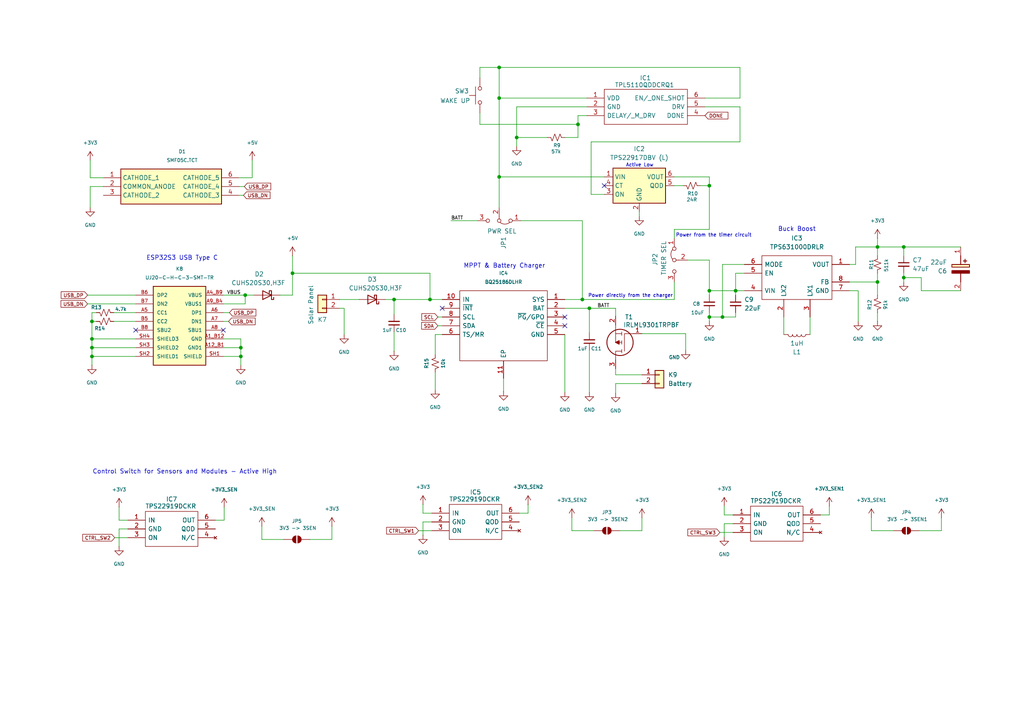
<source format=kicad_sch>
(kicad_sch (version 20250114) (generator "eeschema") (generator_version "9.0")
  (paper "A4")
  (title_block (title "LoRaWAN Sensor Node V2.0") (rev "0.7") (company "Elektor"))
  (text "Buck Boost" (at 231.14 66.548 0) (effects (font (size 1.27 1.27))))
  (text "Power directly from the charger" (at 182.88 85.852 0) (effects (font (size 1 1))))
  (text "ESP32S3 USB Type C" (at 52.832 74.93 0) (effects (font (size 1.27 1.27))))
  (text "MPPT & Battery Charger" (at 146.304 77.216 0) (effects (font (size 1.27 1.27))))
  (text "Power from the timer circuit" (at 207.01 68.326 0) (effects (font (size 1 1))))
  (text "Active Low " (at 185.928 48.006 0) (effects (font (size 1 1))))
  (text "Control Switch for Sensors and Modules - Active High" (at 53.594 136.906 0) (effects (font (size 1.27 1.27))))
  (junction (at 26.67 103.378))
  (junction (at 144.78 19.558))
  (junction (at 144.78 28.448))
  (junction (at 144.78 51.308))
  (junction (at 205.74 84.328))
  (junction (at 262.128 80.518))
  (junction (at 114.3 86.868))
  (junction (at 205.74 53.848))
  (junction (at 26.67 98.298))
  (junction (at 167.64 36.068))
  (junction (at 69.85 103.378))
  (junction (at 262.128 71.628))
  (junction (at 209.55 91.948))
  (junction (at 124.714 86.868))
  (junction (at 69.85 100.838))
  (junction (at 205.74 91.948))
  (junction (at 84.836 79.248))
  (junction (at 254.508 71.628))
  (junction (at 170.942 89.408))
  (junction (at 71.12 85.598))
  (junction (at 149.86 39.878))
  (junction (at 26.67 93.218))
  (junction (at 26.67 100.838))
  (junction (at 213.36 84.328))
  (junction (at 254.508 81.788))
  (junction (at 168.91 86.868))
  (no_connect (at 175.26 53.848))
  (no_connect (at 64.77 95.758))
  (no_connect (at 163.83 91.948))
  (no_connect (at 128.27 89.408))
  (no_connect (at 163.83 94.488))
  (no_connect (at 39.37 95.758))
  (wire (pts (xy 168.91 64.008) (xy 151.13 64.008)))
  (wire (pts (xy 139.192 36.068) (xy 167.64 36.068)))
  (wire (pts (xy 213.36 84.328) (xy 213.36 85.598)))
  (wire (pts (xy 34.544 147.066) (xy 34.544 150.876)))
  (wire (pts (xy 198.882 101.6) (xy 198.882 96.774)))
  (wire (pts (xy 178.562 89.408) (xy 178.562 91.694)))
  (wire (pts (xy 71.12 85.598) (xy 73.66 85.598)))
  (wire (pts (xy 144.78 51.308) (xy 144.78 60.198)))
  (wire (pts (xy 153.162 146.304) (xy 153.162 148.844)))
  (wire (pts (xy 167.64 33.528) (xy 170.18 33.528)))
  (wire (pts (xy 98.552 86.868) (xy 104.14 86.868)))
  (wire (pts (xy 186.182 96.774) (xy 198.882 96.774)))
  (wire (pts (xy 26.67 103.378) (xy 26.67 105.918)))
  (wire (pts (xy 178.562 111.252) (xy 178.562 114.046)))
  (wire (pts (xy 149.86 39.878) (xy 149.86 42.418)))
  (wire (pts (xy 26.67 93.218) (xy 26.67 98.298)))
  (wire (pts (xy 213.36 84.328) (xy 215.9 84.328)))
  (wire (pts (xy 122.682 155.194) (xy 122.682 151.384)))
  (wire (pts (xy 252.73 150.114) (xy 252.73 153.924)))
  (wire (pts (xy 273.05 153.924) (xy 266.7 153.924)))
  (wire (pts (xy 205.74 84.328) (xy 213.36 84.328)))
  (wire (pts (xy 165.862 150.114) (xy 165.862 153.924)))
  (wire (pts (xy 75.946 156.464) (xy 82.296 156.464)))
  (wire (pts (xy 170.942 89.408) (xy 170.942 96.52)))
  (wire (pts (xy 185.42 62.738) (xy 185.42 61.468)))
  (wire (pts (xy 262.128 71.628) (xy 278.638 71.628)))
  (wire (pts (xy 34.544 150.876) (xy 37.084 150.876)))
  (wire (pts (xy 254.508 81.788) (xy 254.508 85.598)))
  (wire (pts (xy 209.55 76.708) (xy 215.9 76.708)))
  (wire (pts (xy 178.562 111.252) (xy 186.182 111.252)))
  (wire (pts (xy 26.67 98.298) (xy 39.37 98.298)))
  (wire (pts (xy 69.342 56.642) (xy 70.612 56.642)))
  (wire (pts (xy 81.28 85.598) (xy 84.836 85.598)))
  (wire (pts (xy 171.45 56.388) (xy 175.26 56.388)))
  (wire (pts (xy 178.562 106.934) (xy 178.562 108.712)))
  (wire (pts (xy 209.55 91.948) (xy 213.36 91.948)))
  (wire (pts (xy 26.67 100.838) (xy 26.67 103.378)))
  (wire (pts (xy 73.152 51.562) (xy 69.342 51.562)))
  (wire (pts (xy 205.74 53.848) (xy 205.74 66.548)))
  (wire (pts (xy 208.788 154.432) (xy 212.598 154.432)))
  (wire (pts (xy 69.85 100.838) (xy 69.85 98.298)))
  (wire (pts (xy 144.78 28.448) (xy 144.78 51.308)))
  (wire (pts (xy 170.942 89.408) (xy 178.562 89.408)))
  (wire (pts (xy 204.47 28.448) (xy 214.63 28.448)))
  (wire (pts (xy 195.58 53.848) (xy 198.12 53.848)))
  (wire (pts (xy 69.85 103.378) (xy 69.85 100.838)))
  (wire (pts (xy 122.682 148.844) (xy 125.222 148.844)))
  (wire (pts (xy 96.266 152.654) (xy 96.266 156.464)))
  (wire (pts (xy 167.64 36.068) (xy 167.64 39.878)))
  (wire (pts (xy 26.162 46.482) (xy 26.162 51.562)))
  (wire (pts (xy 248.92 84.328) (xy 248.92 93.218)))
  (wire (pts (xy 254.508 69.088) (xy 254.508 71.628)))
  (wire (pts (xy 246.38 76.708) (xy 248.158 76.708)))
  (wire (pts (xy 262.128 74.168) (xy 262.128 71.628)))
  (wire (pts (xy 144.78 28.448) (xy 170.18 28.448)))
  (wire (pts (xy 114.3 96.266) (xy 114.3 101.854)))
  (wire (pts (xy 278.638 84.328) (xy 267.208 84.328)))
  (wire (pts (xy 124.714 86.868) (xy 128.27 86.868)))
  (wire (pts (xy 99.822 89.408) (xy 99.822 97.028)))
  (wire (pts (xy 126.238 107.95) (xy 126.238 113.03)))
  (wire (pts (xy 84.836 74.168) (xy 84.836 79.248)))
  (wire (pts (xy 195.58 66.548) (xy 195.58 69.088)))
  (wire (pts (xy 26.67 98.298) (xy 26.67 100.838)))
  (wire (pts (xy 262.128 79.248) (xy 262.128 80.518)))
  (wire (pts (xy 34.544 158.496) (xy 34.544 153.416)))
  (wire (pts (xy 273.05 150.114) (xy 273.05 153.924)))
  (wire (pts (xy 205.74 90.678) (xy 205.74 91.948)))
  (wire (pts (xy 246.38 84.328) (xy 248.92 84.328)))
  (wire (pts (xy 205.74 51.308) (xy 205.74 53.848)))
  (wire (pts (xy 170.942 101.6) (xy 170.942 113.792)))
  (wire (pts (xy 64.77 88.138) (xy 71.12 88.138)))
  (wire (pts (xy 248.158 71.628) (xy 254.508 71.628)))
  (wire (pts (xy 121.412 153.924) (xy 125.222 153.924)))
  (wire (pts (xy 205.74 75.438) (xy 205.74 84.328)))
  (wire (pts (xy 195.58 86.868) (xy 195.58 81.788)))
  (wire (pts (xy 144.78 51.308) (xy 175.26 51.308)))
  (wire (pts (xy 178.562 108.712) (xy 186.182 108.712)))
  (wire (pts (xy 254.508 79.248) (xy 254.508 81.788)))
  (wire (pts (xy 254.508 71.628) (xy 254.508 74.168)))
  (wire (pts (xy 170.942 89.408) (xy 163.83 89.408)))
  (wire (pts (xy 204.47 30.988) (xy 214.63 30.988)))
  (wire (pts (xy 209.55 76.708) (xy 209.55 91.948)))
  (wire (pts (xy 252.73 153.924) (xy 259.08 153.924)))
  (wire (pts (xy 26.162 51.562) (xy 29.972 51.562)))
  (wire (pts (xy 237.998 149.352) (xy 240.538 149.352)))
  (wire (pts (xy 254.508 71.628) (xy 262.128 71.628)))
  (wire (pts (xy 139.192 32.766) (xy 139.192 36.068)))
  (wire (pts (xy 215.9 79.248) (xy 213.36 79.248)))
  (wire (pts (xy 73.152 46.482) (xy 73.152 51.562)))
  (wire (pts (xy 163.83 97.028) (xy 163.83 113.792)))
  (wire (pts (xy 240.538 146.812) (xy 240.538 149.352)))
  (wire (pts (xy 25.4 85.598) (xy 39.37 85.598)))
  (wire (pts (xy 170.18 30.988) (xy 149.86 30.988)))
  (wire (pts (xy 149.86 39.878) (xy 158.75 39.878)))
  (wire (pts (xy 33.02 90.678) (xy 39.37 90.678)))
  (wire (pts (xy 234.95 91.948) (xy 234.95 97.028)))
  (wire (pts (xy 114.3 86.868) (xy 124.714 86.868)))
  (wire (pts (xy 214.63 19.558) (xy 144.78 19.558)))
  (wire (pts (xy 214.63 28.448) (xy 214.63 19.558)))
  (wire (pts (xy 65.024 150.876) (xy 62.484 150.876)))
  (wire (pts (xy 138.43 64.008) (xy 130.81 64.008)))
  (wire (pts (xy 146.05 109.728) (xy 146.05 113.538)))
  (wire (pts (xy 210.058 149.352) (xy 212.598 149.352)))
  (wire (pts (xy 267.208 80.518) (xy 262.128 80.518)))
  (wire (pts (xy 124.714 79.248) (xy 124.714 86.868)))
  (wire (pts (xy 27.94 90.678) (xy 26.67 90.678)))
  (wire (pts (xy 199.39 75.438) (xy 205.74 75.438)))
  (wire (pts (xy 26.67 93.218) (xy 27.94 93.218)))
  (wire (pts (xy 213.36 79.248) (xy 213.36 84.328)))
  (wire (pts (xy 248.158 76.708) (xy 248.158 71.628)))
  (wire (pts (xy 205.74 91.948) (xy 209.55 91.948)))
  (wire (pts (xy 127 94.488) (xy 128.27 94.488)))
  (wire (pts (xy 210.058 155.702) (xy 210.058 151.892)))
  (wire (pts (xy 167.64 33.528) (xy 167.64 36.068)))
  (wire (pts (xy 165.862 153.924) (xy 172.212 153.924)))
  (wire (pts (xy 34.544 153.416) (xy 37.084 153.416)))
  (wire (pts (xy 25.4 88.138) (xy 39.37 88.138)))
  (wire (pts (xy 126.238 102.87) (xy 126.238 97.028)))
  (wire (pts (xy 26.162 54.102) (xy 26.162 60.198)))
  (wire (pts (xy 210.058 146.812) (xy 210.058 149.352)))
  (wire (pts (xy 126.238 97.028) (xy 128.27 97.028)))
  (wire (pts (xy 26.67 103.378) (xy 39.37 103.378)))
  (wire (pts (xy 267.208 84.328) (xy 267.208 80.518)))
  (wire (pts (xy 168.91 86.868) (xy 195.58 86.868)))
  (wire (pts (xy 214.63 41.148) (xy 171.45 41.148)))
  (wire (pts (xy 205.74 66.548) (xy 195.58 66.548)))
  (wire (pts (xy 168.91 64.008) (xy 168.91 86.868)))
  (wire (pts (xy 205.74 91.948) (xy 205.74 93.218)))
  (wire (pts (xy 64.77 103.378) (xy 69.85 103.378)))
  (wire (pts (xy 64.77 100.838) (xy 69.85 100.838)))
  (wire (pts (xy 163.83 86.868) (xy 168.91 86.868)))
  (wire (pts (xy 139.192 19.558) (xy 139.192 22.606)))
  (wire (pts (xy 64.77 90.678) (xy 66.548 90.678)))
  (wire (pts (xy 254.508 90.678) (xy 254.508 93.218)))
  (wire (pts (xy 213.36 91.948) (xy 213.36 90.678)))
  (wire (pts (xy 144.78 19.558) (xy 144.78 28.448)))
  (wire (pts (xy 26.67 90.678) (xy 26.67 93.218)))
  (wire (pts (xy 26.67 100.838) (xy 39.37 100.838)))
  (wire (pts (xy 203.2 53.848) (xy 205.74 53.848)))
  (wire (pts (xy 69.85 105.918) (xy 69.85 103.378)))
  (wire (pts (xy 75.946 152.654) (xy 75.946 156.464)))
  (wire (pts (xy 111.76 86.868) (xy 114.3 86.868)))
  (wire (pts (xy 139.192 19.558) (xy 144.78 19.558)))
  (wire (pts (xy 114.3 86.868) (xy 114.3 91.186)))
  (wire (pts (xy 186.182 153.924) (xy 179.832 153.924)))
  (wire (pts (xy 246.38 81.788) (xy 254.508 81.788)))
  (wire (pts (xy 33.274 155.956) (xy 37.084 155.956)))
  (wire (pts (xy 186.182 150.114) (xy 186.182 153.924)))
  (wire (pts (xy 171.45 41.148) (xy 171.45 56.388)))
  (wire (pts (xy 69.85 98.298) (xy 64.77 98.298)))
  (wire (pts (xy 205.74 84.328) (xy 205.74 85.598)))
  (wire (pts (xy 227.33 91.948) (xy 227.33 97.028)))
  (wire (pts (xy 205.74 51.308) (xy 195.58 51.308)))
  (wire (pts (xy 262.128 80.518) (xy 262.128 81.788)))
  (wire (pts (xy 122.682 146.304) (xy 122.682 148.844)))
  (wire (pts (xy 84.836 79.248) (xy 84.836 85.598)))
  (wire (pts (xy 64.77 85.598) (xy 71.12 85.598)))
  (wire (pts (xy 150.622 148.844) (xy 153.162 148.844)))
  (wire (pts (xy 84.836 79.248) (xy 124.714 79.248)))
  (wire (pts (xy 64.77 93.218) (xy 66.294 93.218)))
  (wire (pts (xy 70.866 54.102) (xy 69.342 54.102)))
  (wire (pts (xy 71.12 88.138) (xy 71.12 85.598)))
  (wire (pts (xy 210.058 151.892) (xy 212.598 151.892)))
  (wire (pts (xy 96.266 156.464) (xy 89.916 156.464)))
  (wire (pts (xy 29.972 54.102) (xy 26.162 54.102)))
  (wire (pts (xy 127 91.948) (xy 128.27 91.948)))
  (wire (pts (xy 65.024 147.066) (xy 65.024 150.876)))
  (wire (pts (xy 122.682 151.384) (xy 125.222 151.384)))
  (wire (pts (xy 214.63 30.988) (xy 214.63 41.148)))
  (wire (pts (xy 98.552 89.408) (xy 99.822 89.408)))
  (wire (pts (xy 163.83 39.878) (xy 167.64 39.878)))
  (wire (pts (xy 149.86 30.988) (xy 149.86 39.878)))
  (wire (pts (xy 33.02 93.218) (xy 39.37 93.218)))
  (label "BATT" (at 173.228 89.408 0) (effects (font (size 1 1))))
  (label "VBUS" (at 69.85 85.598 180) (effects (font (size 1 1))))
  (label "BATT" (at 130.81 64.008 0) (effects (font (size 1 1))))
  (global_label "DONE " (shape input) (at 204.47 33.528 0) (effects (font (size 1 1))) (property "Intersheetrefs" "${INTERSHEET_REFS}" (at 211.5822 33.528 0) (effects (justify left))))
  (global_label "USB_DP" (shape input) (at 66.548 90.678 0) (effects (font (size 1 1))) (property "Intersheetrefs" "${INTERSHEET_REFS}" (at 76.8508 90.678 0) (effects (font (size 1 1)) (justify left))))
  (global_label "USB_DN" (shape input) (at 66.294 93.218 0) (effects (font (size 1 1))) (property "Intersheetrefs" "${INTERSHEET_REFS}" (at 76.6573 93.218 0) (effects (font (size 1 1)) (justify left))))
  (global_label "SDA" (shape input) (at 127 94.488 180) (effects (font (size 1 1))) (property "Intersheetrefs" "${INTERSHEET_REFS}" (at 121.8402 94.488 0) (effects (font (size 1 1)) (justify right))))
  (global_label "USB_DP" (shape input) (at 25.4 85.598 180) (effects (font (size 1 1))) (property "Intersheetrefs" "${INTERSHEET_REFS}" (at 15.0972 85.598 0) (effects (font (size 1 1)) (justify right))))
  (global_label "CTRL_SW1" (shape input) (at 121.412 153.924 180) (effects (font (size 1 1))) (property "Intersheetrefs" "${INTERSHEET_REFS}" (at 111.6807 153.924 0) (effects (font (size 1 1)) (justify right))))
  (global_label "CTRL_SW2" (shape input) (at 33.274 155.956 180) (effects (font (size 1 1))) (property "Intersheetrefs" "${INTERSHEET_REFS}" (at 23.5427 155.956 0) (effects (font (size 1 1)) (justify right))))
  (global_label "USB_DP" (shape input) (at 70.866 54.102 0) (effects (font (size 1 1))) (property "Intersheetrefs" "${INTERSHEET_REFS}" (at 81.1688 54.102 0) (effects (font (size 1 1)) (justify left))))
  (global_label "USB_DN" (shape input) (at 25.4 88.138 180) (effects (font (size 1 1))) (property "Intersheetrefs" "${INTERSHEET_REFS}" (at 15.0367 88.138 0) (effects (font (size 1 1)) (justify right))))
  (global_label "SCL" (shape input) (at 127 91.948 180) (effects (font (size 1 1))) (property "Intersheetrefs" "${INTERSHEET_REFS}" (at 121.8878 91.948 0) (effects (font (size 1 1)) (justify right))))
  (global_label "USB_DN" (shape input) (at 70.612 56.642 0) (effects (font (size 1 1))) (property "Intersheetrefs" "${INTERSHEET_REFS}" (at 78.7718 56.642 0) (effects (font (size 1 1)) (justify left))))
  (global_label "CTRL_SW3" (shape input) (at 208.788 154.432 180) (effects (font (size 1 1))) (property "Intersheetrefs" "${INTERSHEET_REFS}" (at 199.0567 154.432 0) (effects (font (size 1 1)) (justify right))))
  (symbol (lib_id "power:GND") (at 149.86 42.418 0) (unit 1)
    (property "Reference" "#PWR024" (effects (hide yes)))
    (property "Value" "GND" (at 149.86 47.498 0) (effects (font (size 1 1))))
    (property "Description" "Power symbol creates a global label with name \"GND\" , ground" (effects (hide yes)))
  )
  (symbol (lib_id "power:GND") (at 254.508 93.218 0) (unit 1)
    (property "Reference" "#PWR034" (effects (hide yes)))
    (property "Value" "GND" (at 254.508 98.298 0) (effects (font (size 1 1))))
    (property "Description" "Power symbol creates a global label with name \"GND\" , ground" (effects (hide yes)))
  )
  (symbol (lib_id "Connector_Generic:Conn_01x02") (at 93.472 86.868 0) (mirror y) (unit 1)
    (property "Reference" "K7" (at 93.472 92.71 0))
    (property "Value" "Solar Panel" (at 90.17 88.392 90))
    (property "Footprint" "Connector_JST:JST_PH_S2B-PH-K_1x02_P2.00mm_Horizontal" (effects (hide yes)))
    (property "Description" "Generic connector, single row, 01x02, script generated (kicad-library-utils/schlib/autogen/connector/)" (effects (hide yes)))
    (property "Manufacturer_Part_Number" "JST_PH_S2B-PH-K_1x02_P2.00mm_Horizontal" (effects (hide yes)))
  )
  (symbol (lib_id "SamacSys_Parts:SMF05C.TCT") (at 29.972 51.562 0) (unit 1)
    (property "Reference" "D1" (at 52.832 43.942 0) (effects (font (size 1 1))))
    (property "Value" "SMF05C.TCT" (at 52.832 46.482 0) (effects (font (size 1 1))))
    (property "Footprint" "SamacSys_Parts:SOT65P210X110-6N" (effects (hide yes)))
    (property "Datasheet" "https://www.mouser.co.uk/datasheet/2/761/smf05c-1278099.pdf" (effects (hide yes)))
    (property "Description" "Semtech SMF05C.TCT, Quint-Element Uni-Directional TVS Diode, 100W, 6-Pin SOT-363 (SC-70)" (effects (hide yes)))
    (property "Height" "1.1" (effects (hide yes)))
    (property "Mouser Part Number" "947-SMF05C.TCT" (effects (hide yes)))
    (property "Mouser Price/Stock" "https://www.mouser.co.uk/ProductDetail/Semtech/SMF05C.TCT?qs=rBWM4%252BvDhIcdGOAFdL4XAA%3D%3D" (effects (hide yes)))
    (property "Manufacturer_Name" "SEMTECH" (effects (hide yes)))
    (property "Manufacturer_Part_Number" "SMF05C.TCT" (effects (hide yes)))
  )
  (symbol (lib_id "Device:R_Small_US") (at 200.66 53.848 270) (mirror x) (unit 1)
    (property "Reference" "R10" (at 200.914 56.134 90) (effects (font (size 1 1))))
    (property "Value" "24R" (at 200.66 57.912 90) (effects (font (size 1 1))))
    (property "Footprint" "Resistor_SMD:R_0402_1005Metric" (effects (hide yes)))
    (property "Description" "Resistor, small US symbol" (effects (hide yes)))
    (property "Manufacturer_Part_Number" "CRCW040224R0FKED" (effects (hide yes)))
    (property "Mouser Part Number" "71-CRCW040224R0FKED" (effects (hide yes)))
  )
  (symbol (lib_id "Device:R_Small_US") (at 30.48 90.678 90) (mirror x) (unit 1)
    (property "Reference" "R13" (at 27.94 89.154 90) (effects (font (size 1 1))))
    (property "Value" "4.7k" (effects (hide yes)))
    (property "Footprint" "Resistor_SMD:R_0603_1608Metric" (effects (hide yes)))
    (property "Description" "Resistor, small US symbol" (effects (hide yes)))
    (property "Manufacturer_Part_Number" "RCS06034K70FKEA" (effects (hide yes)))
    (property "Mouser Part Number" "71-RCS06034K70FKEA" (effects (hide yes)))
  )
  (symbol (lib_id "Device:R_Small_US") (at 30.48 93.218 90) (mirror x) (unit 1)
    (property "Reference" "R14" (at 28.956 95.25 90) (effects (font (size 1 1))))
    (property "Value" "4.7k" (at 35.052 89.662 90) (effects (font (size 1 1))))
    (property "Footprint" "Resistor_SMD:R_0603_1608Metric" (effects (hide yes)))
    (property "Description" "Resistor, small US symbol" (effects (hide yes)))
    (property "Manufacturer_Part_Number" "RCS06034K70FKEA" (effects (hide yes)))
    (property "Mouser Part Number" "71-RCS06034K70FKEA" (effects (hide yes)))
  )
  (symbol (lib_id "Connector_Generic:Conn_01x02") (at 191.262 108.712 0) (unit 1)
    (property "Reference" "K9" (at 193.802 108.7119 0) (effects (justify left)))
    (property "Value" "Battery" (at 193.802 111.2519 0) (effects (justify left)))
    (property "Footprint" "Connector_JST:JST_PH_S2B-PH-K_1x02_P2.00mm_Horizontal" (effects (hide yes)))
    (property "Description" "Generic connector, single row, 01x02, script generated (kicad-library-utils/schlib/autogen/connector/)" (effects (hide yes)))
    (property "Manufacturer_Part_Number" "JST_PH_S2B-PH-K_1x02_P2.00mm_Horizontal" (effects (hide yes)))
  )
  (symbol (lib_id "power:+3V3") (at 254.508 69.088 0) (unit 1)
    (property "Reference" "#PWR029" (effects (hide yes)))
    (property "Value" "+3V3" (at 254.508 64.008 0) (effects (font (size 1 1))))
    (property "Description" "Power symbol creates a global label with name \"+3V3\"" (effects (hide yes)))
  )
  (symbol (lib_id "power:GND") (at 34.544 158.496 0) (mirror y) (unit 1)
    (property "Reference" "#PWR059" (effects (hide yes)))
    (property "Value" "GND" (at 34.544 163.576 0) (effects (font (size 1 1))))
    (property "Description" "Power symbol creates a global label with name \"GND\" , ground" (effects (hide yes)))
  )
  (symbol (lib_id "Device:R_Small_US") (at 254.508 88.138 0) (mirror x) (unit 1)
    (property "Reference" "R12" (at 252.222 88.392 90) (effects (font (size 1 1))))
    (property "Value" "91k" (at 256.794 88.392 90) (effects (font (size 1 1))))
    (property "Footprint" "Resistor_SMD:R_0402_1005Metric" (effects (hide yes)))
    (property "Description" "Resistor, small US symbol" (effects (hide yes)))
    (property "Manufacturer_Part_Number" "ERJ-2RKF9102X" (effects (hide yes)))
    (property "Mouser Part Number" "667-ERJ-2RKF9102X" (effects (hide yes)))
  )
  (symbol (lib_id "Diode:SB130") (at 107.95 86.868 180) (unit 1)
    (property "Reference" "D3" (at 107.95 81.026 0))
    (property "Value" "CUHS20S30,H3F" (at 108.966 83.566 0))
    (property "Footprint" "SamacSys_Parts:CUHS20S40H3F" (effects (hide yes)))
    (property "Description" "Schottky Diodes & Rectifiers Sml-Signal Schottky 2A 30V 390pF" (effects (hide yes)))
    (property "Description_1" "Schottky Diodes & Rectifiers Sml-Signal Schottky 2A 30V 390pF" (effects (hide yes)))
    (property "Mouser Part Number" "757-CUHS20S30H3F" (effects (hide yes)))
    (property "Mouser Price/Stock" "https://www.mouser.co.uk/ProductDetail/Toshiba/CUHS20S30H3F?qs=PqoDHHvF64%252BnIC9Qnnw9zg%3D%3D" (effects (hide yes)))
    (property "Manufacturer_Name" "Toshiba" (effects (hide yes)))
    (property "Manufacturer_Part_Number" "CUHS20S30,H3F" (effects (hide yes)))
  )
  (symbol (lib_id "power:GND") (at 122.682 155.194 0) (mirror y) (unit 1)
    (property "Reference" "#PWR057" (effects (hide yes)))
    (property "Value" "GND" (at 122.682 160.274 0) (effects (font (size 1 1))))
    (property "Description" "Power symbol creates a global label with name \"GND\" , ground" (effects (hide yes)))
  )
  (symbol (lib_id "Device:C_Small") (at 213.36 88.138 0) (unit 1)
    (property "Reference" "C9" (at 215.9 86.8742 0) (effects (justify left)))
    (property "Value" "22uF" (at 215.9 89.4142 0) (effects (justify left)))
    (property "Footprint" "Capacitor_SMD:C_0603_1608Metric" (effects (hide yes)))
    (property "Description" "Unpolarized capacitor, small symbol" (effects (hide yes)))
    (property "Manufacturer_Part_Number" "GRM187R61A226ME15" (effects (hide yes)))
  )
  (symbol (lib_id "SamacSys_Parts:TPS22919DCKR") (at 37.084 150.876 0) (unit 1)
    (property "Reference" "IC7" (at 49.784 144.78 0))
    (property "Value" "TPS22919DCKR" (at 49.53 146.812 0))
    (property "Footprint" "SamacSys_Parts:SOT65P210X110-6N" (effects (hide yes)))
    (property "Datasheet" "http://www.ti.com/lit/ds/symlink/tps22919.pdf" (effects (hide yes)))
    (property "Description" "5.5V, 1.5A, 90m self-protected load switch with controlled rise time" (effects (hide yes)))
    (property "Description_1" "5.5V, 1.5A, 90m self-protected load switch with controlled rise time" (effects (hide yes)))
    (property "Height" "1.1" (effects (hide yes)))
    (property "Mouser Part Number" "595-TPS22919DCKR" (effects (hide yes)))
    (property "Mouser Price/Stock" "https://www.mouser.co.uk/ProductDetail/Texas-Instruments/TPS22919DCKR?qs=byeeYqUIh0P8WJZpeizUqw%3D%3D" (effects (hide yes)))
    (property "Manufacturer_Name" "Texas Instruments" (effects (hide yes)))
    (property "Manufacturer_Part_Number" "TPS22919DCKR" (effects (hide yes)))
  )
  (symbol (lib_id "power:GND") (at 205.74 93.218 0) (unit 1)
    (property "Reference" "#PWR032" (effects (hide yes)))
    (property "Value" "GND" (at 205.74 98.298 0) (effects (font (size 1 1))))
    (property "Description" "Power symbol creates a global label with name \"GND\" , ground" (effects (hide yes)))
  )
  (symbol (lib_id "Device:C_Small") (at 170.942 99.06 0) (mirror x) (unit 1)
    (property "Reference" "C11" (at 174.498 101.092 0) (effects (font (size 1 1)) (justify right)))
    (property "Value" "1uF" (at 170.434 101.092 0) (effects (font (size 1 1)) (justify right)))
    (property "Footprint" "Capacitor_SMD:C_0402_1005Metric_Pad0.74x0.62mm_HandSolder" (effects (hide yes)))
    (property "Description" "Unpolarized capacitor, small symbol" (effects (hide yes)))
    (property "Description_1" "MURATA - GRM155R60J475ME47D - CAP, MLCC, X5R, 4.7UF, 6.3V, 0402" (effects (hide yes)))
    (property "Height" "0.7" (effects (hide yes)))
    (property "Mouser Part Number" "81-GRM155R60J475ME7D" (effects (hide yes)))
    (property "Mouser Price/Stock" "https://www.mouser.co.uk/ProductDetail/Murata-Electronics/GRM155R60J475ME47D?qs=OCU2Oztfa2a4ocPC5S3YIg%3D%3D" (effects (hide yes)))
    (property "Manufacturer_Name" "Murata Electronics" (effects (hide yes)))
    (property "Manufacturer_Part_Number" "GRM155R60J475ME47D" (effects (hide yes)))
  )
  (symbol (lib_id "SamacSys_Parts:BQ25186DLHR") (at 163.83 86.868 0) (mirror y) (unit 1)
    (property "Reference" "IC4" (at 146.05 79.248 0) (effects (font (size 1 1))))
    (property "Value" "BQ25186DLHR" (at 146.05 81.788 0) (effects (font (size 1 1))))
    (property "Footprint" "SamacSys_Parts:SON40P220X200X80-11N" (effects (hide yes)))
    (property "Datasheet" "https://www.ti.com/lit/ds/symlink/bq25186.pdf?ts=1740508135755&ref_url=https%253A%252F%252Fwww.ti.com%252Fproduct%252FBQ25186" (effects (hide yes)))
    (property "Description" "BQ25186 1-Cell, 1A I2C Linear Battery Charger with Power Path, Ship Mode, Shutdown Mode, and Battery Tracking VINDPM" (effects (hide yes)))
    (property "Description_1" "BQ25186 1-Cell, 1A I2C Linear Battery Charger with Power Path, Ship Mode, Shutdown Mode, and Battery Tracking VINDPM" (effects (hide yes)))
    (property "Height" "0.8" (effects (hide yes)))
    (property "Mouser Part Number" "595-BQ25186DLHR" (effects (hide yes)))
    (property "Mouser Price/Stock" "https://www.mouser.co.uk/ProductDetail/Texas-Instruments/BQ25186DLHR?qs=efUn273yAheZpfz2mNbAWQ%3D%3D" (effects (hide yes)))
    (property "Manufacturer_Name" "Texas Instruments" (effects (hide yes)))
    (property "Manufacturer_Part_Number" "BQ25186DLHR" (effects (hide yes)))
  )
  (symbol (lib_id "power:GND") (at 69.85 105.918 0) (mirror y) (unit 1)
    (property "Reference" "#PWR039" (effects (hide yes)))
    (property "Value" "GND" (at 69.85 110.998 0) (effects (font (size 1 1))))
  )
  (symbol (lib_id "Device:R_Small_US") (at 161.29 39.878 270) (mirror x) (unit 1)
    (property "Reference" "R9" (at 161.544 42.164 90) (effects (font (size 1 1))))
    (property "Value" "57k" (at 161.29 43.942 90) (effects (font (size 1 1))))
    (property "Footprint" "Resistor_SMD:R_0402_1005Metric" (effects (hide yes)))
    (property "Description" "Resistor, small US symbol" (effects (hide yes)))
    (property "Manufacturer_Part_Number" "RK73H1ETTP5762F" (effects (hide yes)))
    (property "Mouser Part Number" "660-RK73H1ETTP5762F" (effects (hide yes)))
  )
  (symbol (lib_id "power:GND") (at 163.83 113.792 0) (mirror y) (unit 1)
    (property "Reference" "#PWR042" (effects (hide yes)))
    (property "Value" "GND" (at 163.83 118.872 0) (effects (font (size 1 1))))
    (property "Description" "Power symbol creates a global label with name \"GND\" , ground" (effects (hide yes)))
  )
  (symbol (lib_id "power:GND") (at 114.3 101.854 0) (mirror y) (unit 1)
    (property "Reference" "#PWR037" (effects (hide yes)))
    (property "Value" "GND" (at 114.3 106.934 0) (effects (font (size 1 1))))
  )
  (symbol (lib_id "power:+3V3") (at 65.024 147.066 0) (mirror y) (unit 1)
    (property "Reference" "#PWR050" (effects (hide yes)))
    (property "Value" "+3V3_SEN" (at 65.024 141.986 0) (effects (font (size 1 1))))
    (property "Description" "Power symbol creates a global label with name \"+3V3\"" (effects (hide yes)))
  )
  (symbol (lib_id "power:+5V") (at 73.152 46.482 0) (unit 1)
    (property "Reference" "#PWR026" (effects (hide yes)))
    (property "Value" "+5V" (at 73.152 41.402 0) (effects (font (size 1 1))))
    (property "Description" "Power symbol creates a global label with name \"+5V\"" (effects (hide yes)))
  )
  (symbol (lib_id "power:GND") (at 185.42 62.738 0) (unit 1)
    (property "Reference" "#PWR028" (effects (hide yes)))
    (property "Value" "GND" (at 185.42 67.818 0) (effects (font (size 1 1))))
    (property "Description" "Power symbol creates a global label with name \"GND\" , ground" (effects (hide yes)))
  )
  (symbol (lib_id "Device:R_Small_US") (at 126.238 105.41 0) (mirror x) (unit 1)
    (property "Reference" "R15" (at 123.698 105.41 90) (effects (font (size 1 1))))
    (property "Value" "10k" (at 128.524 105.41 90) (effects (font (size 1 1))))
    (property "Footprint" "Resistor_SMD:R_0402_1005Metric" (effects (hide yes)))
    (property "Description" "Resistor, small US symbol" (effects (hide yes)))
    (property "Manufacturer_Part_Number" "RCS06034K70FKEA" (effects (hide yes)))
    (property "Mouser Part Number" "71-RCS06034K70FKEA" (effects (hide yes)))
  )
  (symbol (lib_id "power:GND") (at 146.05 113.538 0) (mirror y) (unit 1)
    (property "Reference" "#PWR041" (effects (hide yes)))
    (property "Value" "GND" (at 146.05 118.618 0) (effects (font (size 1 1))))
    (property "Description" "Power symbol creates a global label with name \"GND\" , ground" (effects (hide yes)))
  )
  (symbol (lib_id "UJ20-C-H-C-3-SMT-TR:UJ20-C-H-C-3-SMT-TR") (at 52.07 105.918 0) (unit 1)
    (property "Reference" "K8" (at 52.07 77.978 0) (effects (font (size 1 1))))
    (property "Value" "UJ20-C-H-C-3-SMT-TR" (at 52.07 80.518 0) (effects (font (size 1 1))))
    (property "Footprint" "External Library:CUI_UJ20-C-H-C-3-SMT-TR" (effects (hide yes)))
    (property "PARTREV" "1.0" (effects (hide yes)))
    (property "MANUFACTURER" "CUI Devices" (effects (hide yes)))
    (property "MAXIMUM_PACKAGE_HEIGHT" "5.2mm" (effects (hide yes)))
    (property "STANDARD" "Manufacturer Recommendations" (effects (hide yes)))
    (property "Manufacturer_Part_Number" "UJ20-C-H-C-3-SMT-TR" (effects (hide yes)))
  )
  (symbol (lib_id "Device:C_Small") (at 114.3 93.726 0) (mirror x) (unit 1)
    (property "Reference" "C10" (at 117.856 95.758 0) (effects (font (size 1 1)) (justify right)))
    (property "Value" "1uF" (at 113.792 95.758 0) (effects (font (size 1 1)) (justify right)))
    (property "Footprint" "Capacitor_SMD:C_0402_1005Metric_Pad0.74x0.62mm_HandSolder" (effects (hide yes)))
    (property "Description" "Unpolarized capacitor, small symbol" (effects (hide yes)))
    (property "Description_1" "MURATA - GRM155R60J475ME47D - CAP, MLCC, X5R, 4.7UF, 6.3V, 0402" (effects (hide yes)))
    (property "Height" "0.7" (effects (hide yes)))
    (property "Mouser Part Number" "81-GRM155R60J475ME7D" (effects (hide yes)))
    (property "Mouser Price/Stock" "https://www.mouser.co.uk/ProductDetail/Murata-Electronics/GRM155R60J475ME47D?qs=OCU2Oztfa2a4ocPC5S3YIg%3D%3D" (effects (hide yes)))
    (property "Manufacturer_Name" "Murata Electronics" (effects (hide yes)))
    (property "Manufacturer_Part_Number" "GRM155R60J475ME47D" (effects (hide yes)))
  )
  (symbol (lib_id "power:+3V3") (at 165.862 150.114 0) (unit 1)
    (property "Reference" "#PWR051" (effects (hide yes)))
    (property "Value" "+3V3_SEN2" (at 165.862 145.034 0) (effects (font (size 1 1))))
    (property "Description" "Power symbol creates a global label with name \"+3V3\"" (effects (hide yes)))
  )
  (symbol (lib_id "Device:L") (at 231.14 97.028 90) (mirror x) (unit 1)
    (property "Reference" "L1" (at 231.14 102.108 90))
    (property "Value" "1uH" (at 231.14 99.568 90))
    (property "Footprint" "SamacSys_Parts:1285ASH1R0MP2" (effects (hide yes)))
    (property "Description" "Inductor" (effects (hide yes)))
    (property "Description_1" "Toko DFE201610P Series Shielded Wire-wound SMD Inductor with a Powered Iron Core, 1 uH Wire-Wound 3.4A Idc" (effects (hide yes)))
    (property "Height" "1" (effects (hide yes)))
    (property "Mouser Part Number" "81-DFE201610P-1R0MP2" (effects (hide yes)))
    (property "Mouser Price/Stock" "https://www.mouser.co.uk/ProductDetail/Murata-Electronics/DFE201610P-1R0M%3dP2?qs=KuGPmAKtFKXuKbjOYjhb2A%3D%3D" (effects (hide yes)))
    (property "Manufacturer_Name" "Murata Electronics" (effects (hide yes)))
    (property "Manufacturer_Part_Number" "DFE201610P-1R0M=P2" (effects (hide yes)))
  )
  (symbol (lib_id "Device:C_Small") (at 262.128 76.708 0) (unit 1)
    (property "Reference" "C7" (at 264.668 75.4442 0) (effects (justify left)))
    (property "Value" "47uF" (at 264.668 77.9842 0) (effects (justify left)))
    (property "Footprint" "Capacitor_SMD:C_0805_2012Metric" (effects (hide yes)))
    (property "Description" "Unpolarized capacitor, small symbol" (effects (hide yes)))
    (property "Manufacturer_Part_Number" "GRM219R60J476ME44" (effects (hide yes)))
  )
  (symbol (lib_id "power:GND") (at 170.942 113.792 0) (mirror y) (unit 1)
    (property "Reference" "#PWR043" (effects (hide yes)))
    (property "Value" "GND" (at 170.942 118.872 0) (effects (font (size 1 1))))
    (property "Description" "Power symbol creates a global label with name \"GND\" , ground" (effects (hide yes)))
  )
  (symbol (lib_id "power:GND") (at 178.562 114.046 0) (mirror y) (unit 1)
    (property "Reference" "#PWR044" (effects (hide yes)))
    (property "Value" "GND" (at 178.562 119.126 0) (effects (font (size 1 1))))
    (property "Description" "Power symbol creates a global label with name \"GND\" , ground" (effects (hide yes)))
  )
  (symbol (lib_id "Device:R_Small_US") (at 254.508 76.708 0) (mirror x) (unit 1)
    (property "Reference" "R11" (at 252.73 76.708 90) (effects (font (size 1 1))))
    (property "Value" "511k" (at 257.048 76.962 90) (effects (font (size 1 1))))
    (property "Footprint" "Resistor_SMD:R_0402_1005Metric" (effects (hide yes)))
    (property "Description" "Resistor, small US symbol" (effects (hide yes)))
    (property "Manufacturer_Part_Number" "ERJ-2RKF5113X" (effects (hide yes)))
    (property "Mouser Part Number" "667-ERJ-2RKF5113X" (effects (hide yes)))
  )
  (symbol (lib_id "Jumper:SolderJumper_2_Open") (at 86.106 156.464 0) (unit 1) (in_bom no)
    (property "Reference" "JP5" (at 86.106 151.13 0) (effects (font (size 1 1))))
    (property "Value" "3V3 -> 3SEN" (at 86.36 153.162 0) (effects (font (size 1 1))))
    (property "Footprint" "Jumper:SolderJumper-2_P1.3mm_Open_RoundedPad1.0x1.5mm" (effects (hide yes)))
    (property "Description" "Solder Jumper, 2-pole, open" (effects (hide yes)))
  )
  (symbol (lib_id "power:+3V3") (at 210.058 146.812 0) (unit 1)
    (property "Reference" "#PWR047" (effects (hide yes)))
    (property "Value" "+3V3" (at 210.058 141.732 0) (effects (font (size 1 1))))
    (property "Description" "Power symbol creates a global label with name \"+3V3\"" (effects (hide yes)))
  )
  (symbol (lib_id "power:GND") (at 198.882 101.6 0) (mirror y) (unit 1)
    (property "Reference" "#PWR036" (effects (hide yes)))
    (property "Value" "GND" (at 195.58 103.632 0) (effects (font (size 1 1))))
    (property "Description" "Power symbol creates a global label with name \"GND\" , ground" (effects (hide yes)))
  )
  (symbol (lib_id "power:+3V3") (at 96.266 152.654 0) (unit 1)
    (property "Reference" "#PWR056" (effects (hide yes)))
    (property "Value" "+3V3" (at 96.266 147.574 0) (effects (font (size 1 1))))
    (property "Description" "Power symbol creates a global label with name \"+3V3\"" (effects (hide yes)))
  )
  (symbol (lib_id "power:+3V3") (at 273.05 150.114 0) (unit 1)
    (property "Reference" "#PWR054" (effects (hide yes)))
    (property "Value" "+3V3" (at 273.05 145.034 0) (effects (font (size 1 1))))
    (property "Description" "Power symbol creates a global label with name \"+3V3\"" (effects (hide yes)))
  )
  (symbol (lib_id "power:GND") (at 262.128 81.788 0) (unit 1)
    (property "Reference" "#PWR031" (effects (hide yes)))
    (property "Value" "GND" (at 262.128 86.868 0) (effects (font (size 1 1))))
    (property "Description" "Power symbol creates a global label with name \"GND\" , ground" (effects (hide yes)))
  )
  (symbol (lib_id "Device:C_Small") (at 205.74 88.138 180) (unit 1)
    (property "Reference" "C8" (at 200.914 88.138 0) (effects (font (size 1 1)) (justify right)))
    (property "Value" "10uF" (at 200.406 90.678 0) (effects (font (size 1 1)) (justify right)))
    (property "Footprint" "Capacitor_SMD:C_0402_1005Metric_Pad0.74x0.62mm_HandSolder" (effects (hide yes)))
    (property "Description" "Unpolarized capacitor, small symbol" (effects (hide yes)))
    (property "Description_1" "MURATA - GRM155R60J475ME47D - CAP, MLCC, X5R, 4.7UF, 6.3V, 0402" (effects (hide yes)))
    (property "Height" "0.7" (effects (hide yes)))
    (property "Mouser Part Number" "81-GRM155R60J475ME7D" (effects (hide yes)))
    (property "Mouser Price/Stock" "https://www.mouser.co.uk/ProductDetail/Murata-Electronics/GRM155R60J475ME47D?qs=OCU2Oztfa2a4ocPC5S3YIg%3D%3D" (effects (hide yes)))
    (property "Manufacturer_Name" "Murata Electronics" (effects (hide yes)))
    (property "Manufacturer_Part_Number" "GRM155R60J475ME47D" (effects (hide yes)))
  )
  (symbol (lib_id "power:GND") (at 26.162 60.198 0) (unit 1)
    (property "Reference" "#PWR027" (effects (hide yes)))
    (property "Value" "GND" (at 26.162 65.278 0) (effects (font (size 1 1))))
  )
  (symbol (lib_id "SamacSys_Parts:TPS22919DCKR") (at 125.222 148.844 0) (unit 1)
    (property "Reference" "IC5" (at 137.922 142.748 0))
    (property "Value" "TPS22919DCKR" (at 137.668 144.78 0))
    (property "Footprint" "SamacSys_Parts:SOT65P210X110-6N" (effects (hide yes)))
    (property "Datasheet" "http://www.ti.com/lit/ds/symlink/tps22919.pdf" (effects (hide yes)))
    (property "Description" "5.5V, 1.5A, 90m self-protected load switch with controlled rise time" (effects (hide yes)))
    (property "Description_1" "5.5V, 1.5A, 90m self-protected load switch with controlled rise time" (effects (hide yes)))
    (property "Height" "1.1" (effects (hide yes)))
    (property "Mouser Part Number" "595-TPS22919DCKR" (effects (hide yes)))
    (property "Mouser Price/Stock" "https://www.mouser.co.uk/ProductDetail/Texas-Instruments/TPS22919DCKR?qs=byeeYqUIh0P8WJZpeizUqw%3D%3D" (effects (hide yes)))
    (property "Manufacturer_Name" "Texas Instruments" (effects (hide yes)))
    (property "Manufacturer_Part_Number" "TPS22919DCKR" (effects (hide yes)))
  )
  (symbol (lib_id "Jumper:SolderJumper_2_Open") (at 176.022 153.924 0) (unit 1) (in_bom no)
    (property "Reference" "JP3" (at 176.022 148.59 0) (effects (font (size 1 1))))
    (property "Value" "3V3 -> 3SEN2" (at 176.276 150.622 0) (effects (font (size 1 1))))
    (property "Footprint" "Jumper:SolderJumper-2_P1.3mm_Open_RoundedPad1.0x1.5mm" (effects (hide yes)))
    (property "Description" "Solder Jumper, 2-pole, open" (effects (hide yes)))
  )
  (symbol (lib_id "Diode:SB130") (at 77.47 85.598 180) (unit 1)
    (property "Reference" "D2" (at 75.184 79.502 0))
    (property "Value" "CUHS20S30,H3F" (at 74.93 82.042 0))
    (property "Footprint" "SamacSys_Parts:CUHS20S40H3F" (effects (hide yes)))
    (property "Description" "Schottky Diodes & Rectifiers Sml-Signal Schottky 2A 30V 390pF" (effects (hide yes)))
    (property "Description_1" "Schottky Diodes & Rectifiers Sml-Signal Schottky 2A 30V 390pF" (effects (hide yes)))
    (property "Mouser Part Number" "757-CUHS20S30H3F" (effects (hide yes)))
    (property "Mouser Price/Stock" "https://www.mouser.co.uk/ProductDetail/Toshiba/CUHS20S30H3F?qs=PqoDHHvF64%252BnIC9Qnnw9zg%3D%3D" (effects (hide yes)))
    (property "Manufacturer_Name" "Toshiba" (effects (hide yes)))
    (property "Manufacturer_Part_Number" "CUHS20S30,H3F" (effects (hide yes)))
  )
  (symbol (lib_id "Switch:SW_Push") (at 139.192 27.686 90) (mirror x) (unit 1)
    (property "Reference" "SW3" (at 136.017 26.416 90) (effects (justify left)))
    (property "Value" "WAKE UP" (at 136.398 29.21 90) (effects (justify left)))
    (property "Footprint" "SamacSys_Parts:SKRKAEE020" (effects (hide yes)))
    (property "Description" "Push button switch, generic, two pins" (effects (hide yes)))
    (property "Manufacturer_Part_Number" "SKRKAEE020" (effects (hide yes)))
    (property "Mouser Part Number" "SKRKAEE020" (effects (hide yes)))
  )
  (symbol (lib_id "power:GND") (at 248.92 93.218 0) (unit 1)
    (property "Reference" "#PWR033" (effects (hide yes)))
    (property "Value" "GND" (at 248.92 98.298 0) (effects (font (size 1 1))))
    (property "Description" "Power symbol creates a global label with name \"GND\" , ground" (effects (hide yes)))
  )
  (symbol (lib_id "power:+5V") (at 84.836 74.168 0) (unit 1)
    (property "Reference" "#PWR030" (effects (hide yes)))
    (property "Value" "+5V" (at 84.836 69.088 0) (effects (font (size 1 1))))
    (property "Description" "Power symbol creates a global label with name \"+5V\"" (effects (hide yes)))
  )
  (symbol (lib_id "SamacSys_Parts:TPL5110QDDCRQ1") (at 170.18 28.448 0) (unit 1)
    (property "Reference" "IC1" (at 187.198 22.606 0))
    (property "Value" "TPL5110QDDCRQ1" (at 186.944 24.638 0))
    (property "Footprint" "SamacSys_Parts:SOT95P280X110-6N" (effects (hide yes)))
    (property "Datasheet" "http://www.ti.com/lit/gpn/tpl5110-q1" (effects (hide yes)))
    (property "Description" "Ultra Low Power System Timer (35 nA) for Power Gating in Automotive Duty-cycled Applications" (effects (hide yes)))
    (property "Description_1" "Ultra Low Power System Timer (35 nA) for Power Gating in Automotive Duty-cycled Applications" (effects (hide yes)))
    (property "Height" "1.1" (effects (hide yes)))
    (property "Mouser Part Number" "595-TPL5110QDDCRQ1" (effects (hide yes)))
    (property "Mouser Price/Stock" "https://www.mouser.co.uk/ProductDetail/Texas-Instruments/TPL5110QDDCRQ1?qs=Mv7BduZupUjc%2FMISEjLyRw%3D%3D" (effects (hide yes)))
    (property "Manufacturer_Name" "Texas Instruments" (effects (hide yes)))
    (property "Manufacturer_Part_Number" "TPL5110QDDCRQ1" (effects (hide yes)))
  )
  (symbol (lib_id "power:GND") (at 210.058 155.702 0) (mirror y) (unit 1)
    (property "Reference" "#PWR058" (effects (hide yes)))
    (property "Value" "GND" (at 210.058 160.782 0) (effects (font (size 1 1))))
    (property "Description" "Power symbol creates a global label with name \"GND\" , ground" (effects (hide yes)))
  )
  (symbol (lib_id "power:+3V3") (at 186.182 150.114 0) (unit 1)
    (property "Reference" "#PWR052" (effects (hide yes)))
    (property "Value" "+3V3" (at 186.182 145.034 0) (effects (font (size 1 1))))
    (property "Description" "Power symbol creates a global label with name \"+3V3\"" (effects (hide yes)))
  )
  (symbol (lib_id "Jumper:Jumper_3_Bridged12") (at 144.78 64.008 180) (unit 1) (in_bom no)
    (property "Reference" "JP1" (at 146.05 68.58 90) (effects (justify left)))
    (property "Value" "PWR SEL" (at 149.86 67.056 0) (effects (justify left)))
    (property "Footprint" "Connector_PinHeader_2.54mm:PinHeader_1x03_P2.54mm_Vertical" (effects (hide yes)))
    (property "Description" "Jumper, 3-pole, pins 1+2 closed/bridged" (effects (hide yes)))
  )
  (symbol (lib_id "SamacSys_Parts:TPS631000DRLR") (at 217.17 76.708 0) (unit 1)
    (property "Reference" "IC3" (at 231.14 69.088 0))
    (property "Value" "TPS631000DRLR" (at 231.14 71.628 0))
    (property "Footprint" "SamacSys_Parts:SOTFL50P160X60-8N" (effects (hide yes)))
    (property "Datasheet" "https://www.ti.com/lit/ds/symlink/tps631000.pdf?ts=1652152702265" (effects (hide yes)))
    (property "Description" "Switching Voltage Regulators 1.5-A output current, high power density buck-boost converter" (effects (hide yes)))
    (property "Description_1" "Switching Voltage Regulators 1.5-A output current, high power density buck-boost converter" (effects (hide yes)))
    (property "Height" "0.6" (effects (hide yes)))
    (property "Mouser Part Number" "595-TPS631000DRLR" (effects (hide yes)))
    (property "Mouser Price/Stock" "https://www.mouser.co.uk/ProductDetail/Texas-Instruments/TPS631000DRLR?qs=rSMjJ%252B1ewcRYwoN2deTeNA%3D%3D" (effects (hide yes)))
    (property "Manufacturer_Name" "Texas Instruments" (effects (hide yes)))
    (property "Manufacturer_Part_Number" "TPS631000DRLR" (effects (hide yes)))
  )
  (symbol (lib_id "power:GND") (at 126.238 113.03 0) (mirror y) (unit 1)
    (property "Reference" "#PWR040" (effects (hide yes)))
    (property "Value" "GND" (at 126.238 118.11 0) (effects (font (size 1 1))))
    (property "Description" "Power symbol creates a global label with name \"GND\" , ground" (effects (hide yes)))
  )
  (symbol (lib_id "Jumper:SolderJumper_2_Open") (at 262.89 153.924 0) (unit 1) (in_bom no)
    (property "Reference" "JP4" (at 262.89 148.59 0) (effects (font (size 1 1))))
    (property "Value" "3V3 -> 3SEN1" (at 263.144 150.622 0) (effects (font (size 1 1))))
    (property "Footprint" "Jumper:SolderJumper-2_P1.3mm_Open_RoundedPad1.0x1.5mm" (effects (hide yes)))
    (property "Description" "Solder Jumper, 2-pole, open" (effects (hide yes)))
  )
  (symbol (lib_id "power:GND") (at 99.822 97.028 0) (mirror y) (unit 1)
    (property "Reference" "#PWR035" (effects (hide yes)))
    (property "Value" "GND" (at 99.822 102.108 0) (effects (font (size 1 1))))
  )
  (symbol (lib_id "power:+3V3") (at 122.682 146.304 0) (unit 1)
    (property "Reference" "#PWR045" (effects (hide yes)))
    (property "Value" "+3V3" (at 122.682 141.224 0) (effects (font (size 1 1))))
    (property "Description" "Power symbol creates a global label with name \"+3V3\"" (effects (hide yes)))
  )
  (symbol (lib_id "power:+3V3") (at 252.73 150.114 0) (unit 1)
    (property "Reference" "#PWR053" (effects (hide yes)))
    (property "Value" "+3V3_SEN1" (at 252.73 145.034 0) (effects (font (size 1 1))))
    (property "Description" "Power symbol creates a global label with name \"+3V3\"" (effects (hide yes)))
  )
  (symbol (lib_id "SamacSys_Parts:865080442004") (at 278.638 71.628 270) (unit 1)
    (property "Reference" "C6" (at 274.701 78.613 90) (effects (justify right)))
    (property "Value" "22uF" (at 274.701 76.073 90) (effects (justify right)))
    (property "Footprint" "SamacSys_Parts:CAPAE530X550N" (effects (hide yes)))
    (property "Height" "5.5" (effects (hide yes)))
    (property "Mouser Part Number" "710-865080442004" (effects (hide yes)))
    (property "Mouser Price/Stock" "https://www.mouser.co.uk/ProductDetail/Wurth-Elektronik/865080442004?qs=0KOYDY2FL2%2FMog8otpzhrw%3D%3D" (effects (hide yes)))
    (property "Manufacturer_Name" "Wurth Elektronik" (effects (hide yes)))
    (property "Manufacturer_Part_Number" "865080442004" (effects (hide yes)))
  )
  (symbol (lib_id "power:+3V3") (at 75.946 152.654 0) (unit 1)
    (property "Reference" "#PWR055" (effects (hide yes)))
    (property "Value" "+3V3_SEN" (at 75.946 147.574 0) (effects (font (size 1 1))))
    (property "Description" "Power symbol creates a global label with name \"+3V3\"" (effects (hide yes)))
  )
  (symbol (lib_id "SamacSys_Parts:TPS22919DCKR") (at 212.598 149.352 0) (unit 1)
    (property "Reference" "IC6" (at 225.298 143.256 0))
    (property "Value" "TPS22919DCKR" (at 225.044 145.288 0))
    (property "Footprint" "SamacSys_Parts:SOT65P210X110-6N" (effects (hide yes)))
    (property "Datasheet" "http://www.ti.com/lit/ds/symlink/tps22919.pdf" (effects (hide yes)))
    (property "Description" "5.5V, 1.5A, 90m self-protected load switch with controlled rise time" (effects (hide yes)))
    (property "Description_1" "5.5V, 1.5A, 90m self-protected load switch with controlled rise time" (effects (hide yes)))
    (property "Height" "1.1" (effects (hide yes)))
    (property "Mouser Part Number" "595-TPS22919DCKR" (effects (hide yes)))
    (property "Mouser Price/Stock" "https://www.mouser.co.uk/ProductDetail/Texas-Instruments/TPS22919DCKR?qs=byeeYqUIh0P8WJZpeizUqw%3D%3D" (effects (hide yes)))
    (property "Manufacturer_Name" "Texas Instruments" (effects (hide yes)))
    (property "Manufacturer_Part_Number" "TPS22919DCKR" (effects (hide yes)))
  )
  (symbol (lib_id "power:GND") (at 26.67 105.918 0) (mirror y) (unit 1)
    (property "Reference" "#PWR038" (effects (hide yes)))
    (property "Value" "GND" (at 26.67 110.998 0) (effects (font (size 1 1))))
  )
  (symbol (lib_id "power:+3V3") (at 34.544 147.066 0) (unit 1)
    (property "Reference" "#PWR049" (effects (hide yes)))
    (property "Value" "+3V3" (at 34.544 141.986 0) (effects (font (size 1 1))))
    (property "Description" "Power symbol creates a global label with name \"+3V3\"" (effects (hide yes)))
  )
  (symbol (lib_id "Jumper:Jumper_3_Bridged12") (at 195.58 75.438 90) (mirror x) (unit 1) (in_bom no)
    (property "Reference" "JP2" (at 189.992 73.406 0) (effects (justify left)))
    (property "Value" "TIMER SEL" (at 192.532 69.85 0) (effects (justify left)))
    (property "Footprint" "Connector_PinHeader_2.54mm:PinHeader_1x03_P2.54mm_Vertical" (effects (hide yes)))
    (property "Description" "Jumper, 3-pole, pins 1+2 closed/bridged" (effects (hide yes)))
  )
  (symbol (lib_id "power:+3V3") (at 240.538 146.812 0) (unit 1)
    (property "Reference" "#PWR048" (effects (hide yes)))
    (property "Value" "+3V3_SEN1" (at 240.538 141.732 0) (effects (font (size 1 1))))
    (property "Description" "Power symbol creates a global label with name \"+3V3\"" (effects (hide yes)))
  )
  (symbol (lib_id "power:+3V3") (at 26.162 46.482 0) (unit 1)
    (property "Reference" "#PWR025" (effects (hide yes)))
    (property "Value" "+3V3" (at 26.162 41.402 0) (effects (font (size 1 1))))
    (property "Description" "Power symbol creates a global label with name \"+3V3\"" (effects (hide yes)))
  )
  (symbol (lib_id "SamacSys_Parts:IRLML9301TRPBF") (at 186.182 96.774 180) (unit 1)
    (property "Reference" "T1" (at 183.642 91.948 0) (effects (justify left)))
    (property "Value" "IRLML9301TRPBF" (at 197.104 94.234 0) (effects (justify left)))
    (property "Footprint" "SamacSys_Parts:SOT95P237X112-3N" (effects (hide yes)))
    (property "Datasheet" "http://www.infineon.com/dgdl/irlml9301pbf.pdf?fileId=5546d462533600a401535668e5e42640" (effects (hide yes)))
    (property "Description_1" "International Rectifier IRLML9301TRPBF P-channel MOSFET Transistor, 3.6 A, 30 V, 3-Pin SOT-23" (effects (hide yes)))
    (property "Height" "1.12" (effects (hide yes)))
    (property "Mouser Part Number" "942-IRLML9301TRPBF" (effects (hide yes)))
    (property "Mouser Price/Stock" "https://www.mouser.co.uk/ProductDetail/Infineon-Technologies/IRLML9301TRPBF?qs=9%252BKlkBgLFf3uWl%252BqZF%252BjQw%3D%3D" (effects (hide yes)))
    (property "Manufacturer_Name" "Infineon" (effects (hide yes)))
    (property "Manufacturer_Part_Number" "IRLML9301TRPBF" (effects (hide yes)))
  )
  (symbol (lib_id "power:+3V3") (at 153.162 146.304 0) (unit 1)
    (property "Reference" "#PWR046" (effects (hide yes)))
    (property "Value" "+3V3_SEN2" (at 153.162 141.224 0) (effects (font (size 1 1))))
    (property "Description" "Power symbol creates a global label with name \"+3V3\"" (effects (hide yes)))
  )
  (symbol (lib_id "Power_Management:TPS22917DBV") (at 185.42 53.848 0) (unit 1)
    (property "Reference" "IC2" (at 185.42 43.18 0))
    (property "Value" "TPS22917DBV (L)" (at 185.42 45.72 0))
    (property "Footprint" "Package_TO_SOT_SMD:SOT-23-6" (effects (hide yes)))
    (property "Datasheet" "http://www.ti.com/lit/ds/symlink/tps22917.pdf" (effects (hide yes)))
    (property "Description" "1V to 5.5V, 2A, 80mΩ Ultra-Low Leakage Load Switch, SOT23-6" (effects (hide yes)))
    (property "Manufacturer_Part_Number" "TPS22917DBV" (effects (hide yes)))
  )
)
</source>
